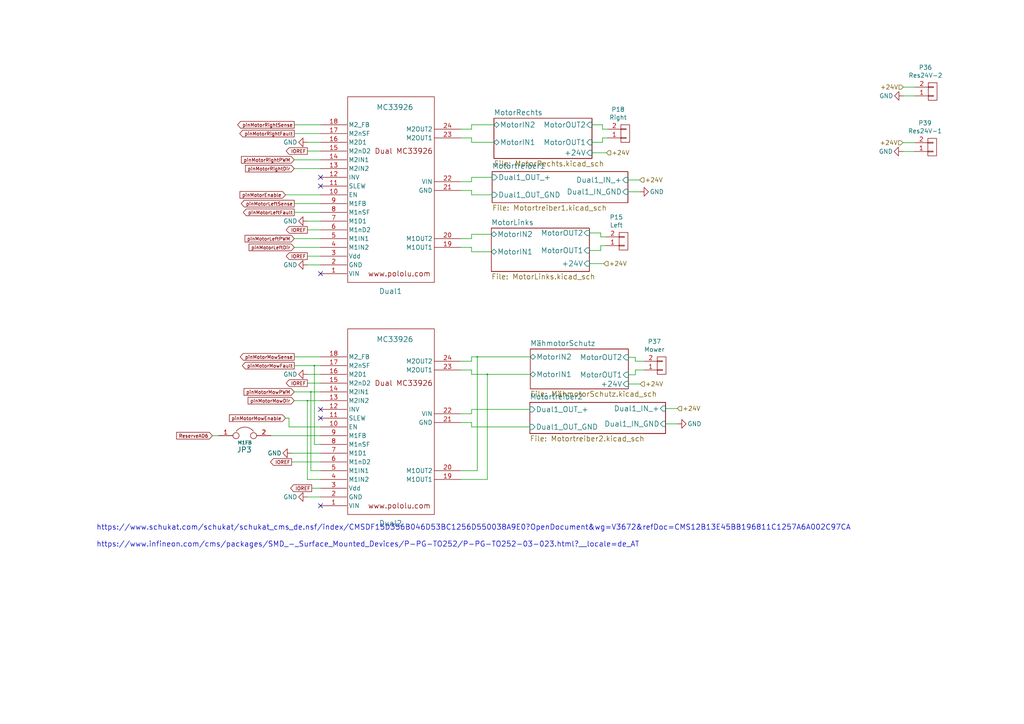
<source format=kicad_sch>
(kicad_sch (version 20201015) (generator eeschema)
  (page 1 35)
  (paper "A4")
  (title_block (title "Ardumower shield SVN Version") (date "2020-07-06") (rev "1.4") (company "ML AG JL UZ"))
  (lib_symbols
    (symbol "ardumower-mega-shield-svn-rescue:CONN_01X02-RESCUE-ardumower_mega_shield_svn" (pin_names hide)
      (property "Referenz" "J" (at 0 3.81 0))
      (property "Wert" "CONN_01X02-RESCUE-ardumower_mega_shield_svn" (at 2.54 0 90))
      (symbol "CONN_01X02-RESCUE-ardumower_mega_shield_svn_0_1"
        (rectangle (start -1.27 -1.143) (end 0.254 -1.397))
        (rectangle (start -1.27 1.397) (end 0.254 1.143))
        (rectangle (start -1.27 2.54) (end 1.27 -2.54))
      )
      (symbol "CONN_01X02-RESCUE-ardumower_mega_shield_svn_1_1"
        (pin passive line (at -5.08 1.27 0) (length 3.81) (name "P1") (number "1"))
        (pin passive line (at -5.08 -1.27 0) (length 3.81) (name "P2") (number "2"))
      )
    )
    (symbol "ardumower-mega-shield-svn-rescue:GND-RESCUE-ardumower_mega_shield_svn" (power) (pin_names (offset 0))
      (property "Wert" "GND-RESCUE-ardumower_mega_shield_svn" (at 0 -3.81 0))
      (symbol "GND-RESCUE-ardumower_mega_shield_svn_0_1"
        (polyline (pts (xy 0 0) (xy 0 -1.27) (xy 1.27 -1.27) (xy 0 -2.54) (xy -1.27 -1.27) (xy 0 -1.27)))
      )
      (symbol "GND-RESCUE-ardumower_mega_shield_svn_1_1"
        (pin power_in line (at 0 0 270) (length 0) hide (name "GND") (number "1"))
      )
    )
    (symbol "ardumower-mega-shield-svn-rescue:Jumper-RESCUE-ardumower_mega_shield_svn" (pin_names (offset 0.762) hide)
      (property "Referenz" "JP" (at 0 3.81 0))
      (property "Wert" "Jumper-RESCUE-ardumower_mega_shield_svn" (at 0 -2.032 0))
      (symbol "Jumper-RESCUE-ardumower_mega_shield_svn_0_1"
        (arc (start -2.4892 1.27) (end 2.5146 1.27) (radius (at 0 -0.6604) (length 3.175) (angles 142.6 37.3)))
        (circle (center -2.54 0) (radius 0.889))
        (circle (center 2.54 0) (radius 0.889))
        (pin passive line (at -7.62 0 0) (length 4.191) (name "1") (number "1"))
        (pin passive line (at 7.62 0 180) (length 4.191) (name "2") (number "2"))
      )
    )
    (symbol "ardumower-mega-shield-svn-rescue:MC33926-RESCUE-ardumower_mega_shield_svn"
      (property "Referenz" "U" (at -1.27 -24.13 0))
      (property "Wert" "MC33926-RESCUE-ardumower_mega_shield_svn" (at -0.762 27.94 0))
      (symbol "MC33926-RESCUE-ardumower_mega_shield_svn_0_0"
        (text "Dual MC33926" (at 2.54 16.51 0) (effects (font (size 1.524 1.524))))
        (text "www.pololu.com" (at 1.27 -19.05 0) (effects (font (size 1.524 1.524))))
      )
      (symbol "MC33926-RESCUE-ardumower_mega_shield_svn_0_1"
        (rectangle (start -13.716 32.258) (end 11.43 -21.59))
      )
      (symbol "MC33926-RESCUE-ardumower_mega_shield_svn_1_1"
        (pin input line (at -21.59 -19.05 0) (length 7.62) (name "VIN") (number "1"))
        (pin input line (at -21.59 3.81 0) (length 7.62) (name "EN") (number "10"))
        (pin input line (at -21.59 6.35 0) (length 7.62) (name "SLEW") (number "11"))
        (pin input line (at -21.59 8.89 0) (length 7.62) (name "INV") (number "12"))
        (pin input line (at -21.59 11.43 0) (length 7.62) (name "M2IN2") (number "13"))
        (pin input line (at -21.59 13.97 0) (length 7.62) (name "M2IN1") (number "14"))
        (pin input line (at -21.59 16.51 0) (length 7.62) (name "M2nD2") (number "15"))
        (pin input line (at -21.59 19.05 0) (length 7.62) (name "M2D1") (number "16"))
        (pin input line (at -21.59 21.59 0) (length 7.62) (name "M2nSF") (number "17"))
        (pin input line (at -21.59 24.13 0) (length 7.62) (name "M2_FB") (number "18"))
        (pin input line (at 19.05 -11.43 180) (length 7.62) (name "M1OUT1") (number "19"))
        (pin input line (at -21.59 -16.51 0) (length 7.62) (name "GND") (number "2"))
        (pin input line (at 19.05 -8.89 180) (length 7.62) (name "M1OUT2") (number "20"))
        (pin input line (at 19.05 5.08 180) (length 7.62) (name "GND") (number "21"))
        (pin input line (at 19.05 7.62 180) (length 7.62) (name "VIN") (number "22"))
        (pin input line (at 19.05 20.32 180) (length 7.62) (name "M2OUT1") (number "23"))
        (pin input line (at 19.05 22.86 180) (length 7.62) (name "M2OUT2") (number "24"))
        (pin input line (at -21.59 -13.97 0) (length 7.62) (name "Vdd") (number "3"))
        (pin input line (at -21.59 -11.43 0) (length 7.62) (name "M1IN2") (number "4"))
        (pin input line (at -21.59 -8.89 0) (length 7.62) (name "M1IN1") (number "5"))
        (pin input line (at -21.59 -6.35 0) (length 7.62) (name "M1nD2") (number "6"))
        (pin input line (at -21.59 -3.81 0) (length 7.62) (name "M1D1") (number "7"))
        (pin input line (at -21.59 -1.27 0) (length 7.62) (name "M1nSF") (number "8"))
        (pin input line (at -21.59 1.27 0) (length 7.62) (name "M1FB") (number "9"))
      )
    )
  )
  (junction (at 89.154 116.205) (diameter 0.3048))
  (junction (at 90.17 113.665) (diameter 0.3048))
  (junction (at 91.186 106.045) (diameter 0.3048))
  (junction (at 138.43 103.505) (diameter 0.3048))
  (junction (at 141.351 108.585) (diameter 0.3048))
  (no_connect (at 92.964 121.285))
  (no_connect (at 92.964 146.685))
  (no_connect (at 92.964 51.435))
  (no_connect (at 92.964 118.745))
  (no_connect (at 92.964 79.375))
  (no_connect (at 92.964 53.975))
  (wire (pts (xy 63.373 126.365) (xy 61.595 126.365)))
  (wire (pts (xy 78.613 126.365) (xy 92.964 126.365)))
  (wire (pts (xy 82.804 56.515) (xy 92.964 56.515)))
  (wire (pts (xy 83.82 121.285) (xy 82.804 121.285)))
  (wire (pts (xy 83.82 123.825) (xy 83.82 121.285)))
  (wire (pts (xy 83.82 123.825) (xy 92.964 123.825)))
  (wire (pts (xy 84.582 131.445) (xy 92.964 131.445)))
  (wire (pts (xy 85.344 36.195) (xy 92.964 36.195)))
  (wire (pts (xy 85.344 38.735) (xy 92.964 38.735)))
  (wire (pts (xy 85.344 46.355) (xy 92.964 46.355)))
  (wire (pts (xy 85.344 48.895) (xy 92.964 48.895)))
  (wire (pts (xy 85.344 59.055) (xy 92.964 59.055)))
  (wire (pts (xy 85.344 61.595) (xy 92.964 61.595)))
  (wire (pts (xy 85.344 69.215) (xy 92.964 69.215)))
  (wire (pts (xy 85.344 71.755) (xy 92.964 71.755)))
  (wire (pts (xy 85.344 103.505) (xy 92.964 103.505)))
  (wire (pts (xy 85.344 106.045) (xy 91.186 106.045)))
  (wire (pts (xy 85.344 113.665) (xy 90.17 113.665)))
  (wire (pts (xy 85.344 116.205) (xy 89.154 116.205)))
  (wire (pts (xy 89.154 41.275) (xy 92.964 41.275)))
  (wire (pts (xy 89.154 43.815) (xy 92.964 43.815)))
  (wire (pts (xy 89.154 74.295) (xy 92.964 74.295)))
  (wire (pts (xy 89.154 76.835) (xy 92.964 76.835)))
  (wire (pts (xy 89.154 108.585) (xy 92.964 108.585)))
  (wire (pts (xy 89.154 116.205) (xy 89.154 139.065)))
  (wire (pts (xy 89.154 116.205) (xy 92.964 116.205)))
  (wire (pts (xy 89.154 139.065) (xy 92.964 139.065)))
  (wire (pts (xy 89.154 144.145) (xy 92.964 144.145)))
  (wire (pts (xy 90.17 113.665) (xy 92.964 113.665)))
  (wire (pts (xy 90.17 136.525) (xy 90.17 113.665)))
  (wire (pts (xy 91.186 106.045) (xy 92.964 106.045)))
  (wire (pts (xy 91.186 128.905) (xy 91.186 106.045)))
  (wire (pts (xy 92.964 64.135) (xy 89.154 64.135)))
  (wire (pts (xy 92.964 66.675) (xy 89.154 66.675)))
  (wire (pts (xy 92.964 111.125) (xy 89.154 111.125)))
  (wire (pts (xy 92.964 128.905) (xy 91.186 128.905)))
  (wire (pts (xy 92.964 133.985) (xy 84.582 133.985)))
  (wire (pts (xy 92.964 136.525) (xy 90.17 136.525)))
  (wire (pts (xy 92.964 141.605) (xy 90.424 141.605)))
  (wire (pts (xy 133.604 136.525) (xy 138.43 136.525)))
  (wire (pts (xy 133.604 139.065) (xy 141.351 139.065)))
  (wire (pts (xy 136.779 36.195) (xy 136.779 37.465)))
  (wire (pts (xy 136.779 36.195) (xy 143.256 36.195)))
  (wire (pts (xy 136.779 37.465) (xy 133.604 37.465)))
  (wire (pts (xy 136.779 40.005) (xy 133.604 40.005)))
  (wire (pts (xy 136.779 41.275) (xy 136.779 40.005)))
  (wire (pts (xy 136.779 41.275) (xy 143.256 41.275)))
  (wire (pts (xy 136.779 51.435) (xy 142.748 51.435)))
  (wire (pts (xy 136.779 52.705) (xy 133.604 52.705)))
  (wire (pts (xy 136.779 52.705) (xy 136.779 51.435)))
  (wire (pts (xy 136.779 55.245) (xy 133.604 55.245)))
  (wire (pts (xy 136.779 55.245) (xy 136.779 56.515)))
  (wire (pts (xy 136.779 56.515) (xy 142.748 56.515)))
  (wire (pts (xy 136.779 67.945) (xy 136.779 69.215)))
  (wire (pts (xy 136.779 67.945) (xy 142.494 67.945)))
  (wire (pts (xy 136.779 69.215) (xy 133.604 69.215)))
  (wire (pts (xy 136.779 71.755) (xy 133.604 71.755)))
  (wire (pts (xy 136.779 73.025) (xy 136.779 71.755)))
  (wire (pts (xy 136.779 73.025) (xy 142.494 73.025)))
  (wire (pts (xy 136.779 103.505) (xy 136.779 104.775)))
  (wire (pts (xy 136.779 103.505) (xy 138.43 103.505)))
  (wire (pts (xy 136.779 104.775) (xy 133.604 104.775)))
  (wire (pts (xy 136.779 107.315) (xy 133.604 107.315)))
  (wire (pts (xy 136.779 108.585) (xy 136.779 107.315)))
  (wire (pts (xy 136.779 108.585) (xy 141.351 108.585)))
  (wire (pts (xy 136.779 118.745) (xy 153.67 118.745)))
  (wire (pts (xy 136.779 120.015) (xy 133.604 120.015)))
  (wire (pts (xy 136.779 120.015) (xy 136.779 118.745)))
  (wire (pts (xy 136.779 122.555) (xy 133.604 122.555)))
  (wire (pts (xy 136.779 122.555) (xy 136.779 123.825)))
  (wire (pts (xy 136.779 123.825) (xy 153.67 123.825)))
  (wire (pts (xy 138.43 103.505) (xy 153.797 103.505)))
  (wire (pts (xy 138.43 136.525) (xy 138.43 103.505)))
  (wire (pts (xy 141.351 108.585) (xy 153.797 108.585)))
  (wire (pts (xy 141.351 139.065) (xy 141.351 108.585)))
  (wire (pts (xy 174.244 67.564) (xy 170.942 67.564)))
  (wire (pts (xy 174.244 67.564) (xy 174.244 68.707)))
  (wire (pts (xy 174.244 68.707) (xy 175.768 68.707)))
  (wire (pts (xy 174.244 71.247) (xy 175.768 71.247)))
  (wire (pts (xy 174.244 72.644) (xy 170.942 72.644)))
  (wire (pts (xy 174.244 72.644) (xy 174.244 71.247)))
  (wire (pts (xy 174.752 36.195) (xy 171.704 36.195)))
  (wire (pts (xy 174.752 36.195) (xy 174.752 37.465)))
  (wire (pts (xy 174.752 37.465) (xy 176.276 37.465)))
  (wire (pts (xy 174.752 40.005) (xy 176.276 40.005)))
  (wire (pts (xy 174.752 41.275) (xy 171.704 41.275)))
  (wire (pts (xy 174.752 41.275) (xy 174.752 40.005)))
  (wire (pts (xy 175.133 76.454) (xy 170.942 76.454)))
  (wire (pts (xy 175.895 44.323) (xy 171.704 44.323)))
  (wire (pts (xy 182.118 52.197) (xy 185.547 52.197)))
  (wire (pts (xy 182.118 55.626) (xy 185.547 55.626)))
  (wire (pts (xy 182.245 111.379) (xy 185.674 111.379)))
  (wire (pts (xy 184.277 103.632) (xy 182.245 103.632)))
  (wire (pts (xy 184.277 103.632) (xy 184.277 104.775)))
  (wire (pts (xy 184.277 104.775) (xy 186.817 104.775)))
  (wire (pts (xy 184.277 107.315) (xy 186.817 107.315)))
  (wire (pts (xy 184.277 108.712) (xy 182.245 108.712)))
  (wire (pts (xy 184.277 108.712) (xy 184.277 107.315)))
  (wire (pts (xy 193.04 118.491) (xy 196.469 118.491)))
  (wire (pts (xy 193.04 122.936) (xy 196.469 122.936)))
  (wire (pts (xy 265.303 41.402) (xy 261.874 41.402)))
  (wire (pts (xy 265.303 43.942) (xy 261.874 43.942)))
  (wire (pts (xy 265.43 25.273) (xy 262.001 25.273)))
  (wire (pts (xy 265.43 27.813) (xy 262.001 27.813)))
  (text "Unsere Motoren haben:\nEncoder 5 Impulse pro Umdrehung\n31 Umdrehungen nach dem Getriebe\nmit einer Übersetzung 1:212\nDas entspricht etwa 6572 Umdrehungen des Motors vor dem Getriebe.\nDas heißt der Motor vor dem Getriebe dreht sich 212mal damit der Motor nach dem Getriebe sich 1 mal dreht.\nImpulse pro Umdrehung wäre demnach : 6572 /31 = 212\nDa der Encoder aber vor dem Getriebe sitzt haben wir bei einer Radumdrehung 212*5 Impulse.\nAlso 1060 pro Radumdrehung" (at 25.273 -11.938 0) (effects (font (size 2.0066 2.0066)) (justify left bottom)))
  (text "https://www.schukat.com/schukat/schukat_cms_de.nsf/index/CMSDF15D356B046D53BC1256D550038A9E0?OpenDocument&wg=V3672&refDoc=CMS12B13E45BB196811C1257A6A002C97CA\n\nhttps://www.infineon.com/cms/packages/SMD_-_Surface_Mounted_Devices/P-PG-TO252/P-PG-TO252-03-023.html?__locale=de_AT" (at 27.94 158.877 0) (effects (font (size 1.524 1.524)) (justify left bottom)))
  (global_label "ReserveAD6" (shape input) (at 61.595 126.365 180) (effects (font (size 0.9906 0.9906))))
  (global_label "pinMotorEnable" (shape input) (at 82.804 56.515 180) (effects (font (size 0.9906 0.9906))))
  (global_label "pinMotorMowEnable" (shape input) (at 82.804 121.285 180) (effects (font (size 0.9906 0.9906))))
  (global_label "IOREF" (shape output) (at 84.582 133.985 180) (effects (font (size 0.9906 0.9906))))
  (global_label "pinMotorRightSense" (shape output) (at 85.344 36.195 180) (effects (font (size 0.9906 0.9906))))
  (global_label "pinMotorRightFault" (shape output) (at 85.344 38.735 180) (effects (font (size 0.9906 0.9906))))
  (global_label "pinMotorRightPWM" (shape input) (at 85.344 46.355 180) (effects (font (size 0.9906 0.9906))))
  (global_label "pinMotorRightDir" (shape input) (at 85.344 48.895 180) (effects (font (size 0.9906 0.9906))))
  (global_label "pinMotorLeftSense" (shape output) (at 85.344 59.055 180) (effects (font (size 0.9906 0.9906))))
  (global_label "pinMotorLeftFault" (shape output) (at 85.344 61.595 180) (effects (font (size 0.9906 0.9906))))
  (global_label "pinMotorLeftPWM" (shape input) (at 85.344 69.215 180) (effects (font (size 0.9906 0.9906))))
  (global_label "pinMotorLeftDir" (shape input) (at 85.344 71.755 180) (effects (font (size 0.9906 0.9906))))
  (global_label "pinMotorMowSense" (shape output) (at 85.344 103.505 180) (effects (font (size 0.9906 0.9906))))
  (global_label "pinMotorMowFault" (shape output) (at 85.344 106.045 180) (effects (font (size 0.9906 0.9906))))
  (global_label "pinMotorMowPWM" (shape input) (at 85.344 113.665 180) (effects (font (size 0.9906 0.9906))))
  (global_label "pinMotorMowDir" (shape input) (at 85.344 116.205 180) (effects (font (size 0.9906 0.9906))))
  (global_label "IOREF" (shape output) (at 89.154 43.815 180) (effects (font (size 0.9906 0.9906))))
  (global_label "IOREF" (shape output) (at 89.154 66.675 180) (effects (font (size 0.9906 0.9906))))
  (global_label "IOREF" (shape output) (at 89.154 74.295 180) (effects (font (size 0.9906 0.9906))))
  (global_label "IOREF" (shape output) (at 89.154 111.125 180) (effects (font (size 0.9906 0.9906))))
  (global_label "IOREF" (shape output) (at 90.424 141.605 180) (effects (font (size 0.9906 0.9906))))
  (hierarchical_label "+24V" (shape input) (at 175.133 76.454 0))
  (hierarchical_label "+24V" (shape input) (at 175.895 44.323 0))
  (hierarchical_label "+24V" (shape input) (at 185.547 52.197 0))
  (hierarchical_label "+24V" (shape input) (at 185.674 111.379 0))
  (hierarchical_label "+24V" (shape input) (at 196.469 118.491 0))
  (hierarchical_label "+24V" (shape input) (at 261.874 41.402 180))
  (hierarchical_label "+24V" (shape input) (at 262.001 25.273 180))
  (symbol (lib_id "ardumower-mega-shield-svn-rescue:GND-RESCUE-ardumower_mega_shield_svn") (at 84.582 131.445 270) (mirror x) (unit 1)
    (property "Reference" "#PWR018" (effects hide))
    (property "Value" "GND" (at 79.629 131.445 90))
  )
  (symbol (lib_id "ardumower-mega-shield-svn-rescue:GND-RESCUE-ardumower_mega_shield_svn") (at 89.154 41.275 270) (mirror x) (unit 1)
    (property "Reference" "#PWR016" (effects hide))
    (property "Value" "GND" (at 84.201 41.275 90))
  )
  (symbol (lib_id "ardumower-mega-shield-svn-rescue:GND-RESCUE-ardumower_mega_shield_svn") (at 89.154 64.135 270) (mirror x) (unit 1)
    (property "Reference" "#PWR015" (effects hide))
    (property "Value" "GND" (at 84.201 64.135 90))
  )
  (symbol (lib_id "ardumower-mega-shield-svn-rescue:GND-RESCUE-ardumower_mega_shield_svn") (at 89.154 76.835 270) (mirror x) (unit 1)
    (property "Reference" "#PWR014" (effects hide))
    (property "Value" "GND" (at 84.201 76.835 90))
  )
  (symbol (lib_id "ardumower-mega-shield-svn-rescue:GND-RESCUE-ardumower_mega_shield_svn") (at 89.154 108.585 270) (mirror x) (unit 1)
    (property "Reference" "#PWR017" (effects hide))
    (property "Value" "GND" (at 84.201 108.585 90))
  )
  (symbol (lib_id "ardumower-mega-shield-svn-rescue:GND-RESCUE-ardumower_mega_shield_svn") (at 89.154 144.145 270) (mirror x) (unit 1)
    (property "Reference" "#PWR019" (effects hide))
    (property "Value" "GND" (at 84.201 144.145 90))
  )
  (symbol (lib_id "ardumower-mega-shield-svn-rescue:GND-RESCUE-ardumower_mega_shield_svn") (at 185.547 55.626 90) (unit 1)
    (property "Reference" "#PWR013" (effects hide))
    (property "Value" "GND" (at 190.5 55.626 90))
  )
  (symbol (lib_id "ardumower-mega-shield-svn-rescue:GND-RESCUE-ardumower_mega_shield_svn") (at 196.469 122.936 90) (unit 1)
    (property "Reference" "#PWR020" (effects hide))
    (property "Value" "GND" (at 201.422 122.936 90))
  )
  (symbol (lib_id "ardumower-mega-shield-svn-rescue:GND-RESCUE-ardumower_mega_shield_svn") (at 261.874 43.942 270) (mirror x) (unit 1)
    (property "Reference" "#PWR021" (effects hide))
    (property "Value" "GND" (at 256.921 43.942 90))
  )
  (symbol (lib_id "ardumower-mega-shield-svn-rescue:GND-RESCUE-ardumower_mega_shield_svn") (at 262.001 27.813 270) (mirror x) (unit 1)
    (property "Reference" "#PWR022" (effects hide))
    (property "Value" "GND" (at 257.048 27.813 90))
  )
  (symbol (lib_id "ardumower-mega-shield-svn-rescue:CONN_01X02-RESCUE-ardumower_mega_shield_svn") (at 180.848 69.977 0) (mirror x) (unit 1)
    (property "Reference" "P15" (at 178.7652 62.992 0))
    (property "Value" "Left" (at 178.7652 65.3034 0))
    (property "Footprint" "Terminal_Blocks:TerminalBlock_Pheonix_MKDS1.5-2pol" (effects hide))
    (property "Gehäuseart" "Value" (effects hide))
    (property "Bestelllink" "Value" (effects hide))
    (property "Technische Daten" "Value" (effects hide))
    (property "Bestellnummer" "Value" (effects hide))
    (property "Bauform" "Value" (effects hide))
  )
  (symbol (lib_id "ardumower-mega-shield-svn-rescue:CONN_01X02-RESCUE-ardumower_mega_shield_svn") (at 181.356 38.735 0) (mirror x) (unit 1)
    (property "Reference" "P18" (at 179.2732 31.75 0))
    (property "Value" "Right" (at 179.2732 34.0614 0))
    (property "Footprint" "Terminal_Blocks:TerminalBlock_Pheonix_MKDS1.5-2pol" (effects hide))
    (property "Gehäuseart" "Value" (effects hide))
    (property "Bestelllink" "Value" (effects hide))
    (property "Technische Daten" "Value" (effects hide))
    (property "Bestellnummer" "Value" (effects hide))
    (property "Bauform" "Value" (effects hide))
    (property "Funktion" "Value" (effects hide))
    (property "Hersteller" "Value" (effects hide))
    (property "Hersteller Bestellnummer" "Value" (effects hide))
  )
  (symbol (lib_id "ardumower-mega-shield-svn-rescue:CONN_01X02-RESCUE-ardumower_mega_shield_svn") (at 191.897 106.045 0) (mirror x) (unit 1)
    (property "Reference" "P37" (at 189.8142 99.06 0))
    (property "Value" "Mower" (at 189.8142 101.3714 0))
    (property "Footprint" "Zimprich:Anschlussklemme_RM5,08-RM7,62" (effects hide))
    (property "Gehäuseart" "Value" (effects hide))
    (property "Bestelllink" "Value" (effects hide))
    (property "Technische Daten" "Value" (effects hide))
    (property "Bestellnummer" "Value" (effects hide))
    (property "Bauform" "Value" (effects hide))
  )
  (symbol (lib_id "ardumower-mega-shield-svn-rescue:CONN_01X02-RESCUE-ardumower_mega_shield_svn") (at 270.383 42.672 0) (mirror x) (unit 1)
    (property "Reference" "P39" (at 268.3002 35.687 0))
    (property "Value" "Res24V-1" (at 268.3002 37.9984 0))
    (property "Footprint" "Terminal_Blocks:TerminalBlock_Pheonix_MKDS1.5-2pol" (effects hide))
    (property "Gehäuseart" "Value" (effects hide))
    (property "Bestelllink" "Value" (effects hide))
    (property "Technische Daten" "Value" (effects hide))
    (property "Bestellnummer" "Value" (effects hide))
    (property "Bauform" "Value" (effects hide))
  )
  (symbol (lib_id "ardumower-mega-shield-svn-rescue:CONN_01X02-RESCUE-ardumower_mega_shield_svn") (at 270.51 26.543 0) (mirror x) (unit 1)
    (property "Reference" "P36" (at 268.4272 19.558 0))
    (property "Value" "Res24V-2" (at 268.4272 21.8694 0))
    (property "Footprint" "Terminal_Blocks:TerminalBlock_Pheonix_MKDS1.5-2pol" (effects hide))
    (property "Gehäuseart" "Value" (effects hide))
    (property "Bestelllink" "Value" (effects hide))
    (property "Technische Daten" "Value" (effects hide))
    (property "Bestellnummer" "Value" (effects hide))
    (property "Bauform" "Value" (effects hide))
  )
  (symbol (lib_id "ardumower-mega-shield-svn-rescue:Jumper-RESCUE-ardumower_mega_shield_svn") (at 70.993 126.365 0) (unit 1)
    (property "Reference" "JP3" (at 70.866 130.429 0) (effects (font (size 1.524 1.524))))
    (property "Value" "M1FB" (at 70.993 128.397 0) (effects (font (size 1.016 1.016))))
    (property "Footprint" "Zimprich:SJ" (effects hide))
    (property "Gehäuseart" "Value" (effects hide))
    (property "Bestelllink" "Value" (effects hide))
  )
  (symbol (lib_id "ardumower-mega-shield-svn-rescue:MC33926-RESCUE-ardumower_mega_shield_svn") (at 114.554 60.325 0) (unit 1)
    (property "Reference" "Dual1" (at 113.284 84.455 0) (effects (font (size 1.524 1.524))))
    (property "Value" "MC33926" (at 114.554 31.115 0) (effects (font (size 1.524 1.524))))
    (property "Footprint" "Zimprich:MC_33926_31polig_mit_Bohrloch_neue_Masse_mit_zweite_Lochreihe" (effects hide))
    (property "Gehäuseart" "Value" (effects hide))
    (property "Bestelllink" "Value" (effects hide))
  )
  (symbol (lib_id "ardumower-mega-shield-svn-rescue:MC33926-RESCUE-ardumower_mega_shield_svn") (at 114.554 127.635 0) (unit 1)
    (property "Reference" "Dual2" (at 113.284 151.765 0) (effects (font (size 1.524 1.524))))
    (property "Value" "MC33926" (at 114.554 98.425 0) (effects (font (size 1.524 1.524))))
    (property "Footprint" "Zimprich:MC_33926_31polig_mit_Bohrloch_neue_Masse_mit_zweite_Lochreihe" (effects hide))
    (property "Gehäuseart" "Value" (effects hide))
    (property "Bestelllink" "Value" (effects hide))
  )
  (sheet (at 142.494 66.167) (size 28.448 12.573)
    (property "Schaltplanname" "MotorLinks" (at 142.494 65.4045 0) (effects (font (size 1.524 1.524)) (justify left bottom)))
    (property "Dateiname Blatt" "MotorLinks.kicad_sch" (at 142.494 79.3501 0) (effects (font (size 1.524 1.524)) (justify left top)))
    (pin "MotorIN1" bidirectional (at 142.494 73.025 180) (effects (font (size 1.524 1.524))))
    (pin "MotorIN2" bidirectional (at 142.494 67.945 180) (effects (font (size 1.524 1.524))))
    (pin "MotorOUT1" input (at 170.942 72.644 0) (effects (font (size 1.524 1.524))))
    (pin "MotorOUT2" input (at 170.942 67.564 0) (effects (font (size 1.524 1.524))))
    (pin "+24V" input (at 170.942 76.454 0) (effects (font (size 1.524 1.524))))
  )
  (sheet (at 143.256 34.29) (size 28.448 11.684)
    (property "Schaltplanname" "MotorRechts" (at 143.256 33.5275 0) (effects (font (size 1.524 1.524)) (justify left bottom)))
    (property "Dateiname Blatt" "MotorRechts.kicad_sch" (at 143.256 46.5841 0) (effects (font (size 1.524 1.524)) (justify left top)))
    (pin "MotorIN1" bidirectional (at 143.256 41.275 180) (effects (font (size 1.524 1.524))))
    (pin "MotorIN2" bidirectional (at 143.256 36.195 180) (effects (font (size 1.524 1.524))))
    (pin "MotorOUT1" input (at 171.704 41.275 0) (effects (font (size 1.524 1.524))))
    (pin "MotorOUT2" input (at 171.704 36.195 0) (effects (font (size 1.524 1.524))))
    (pin "+24V" input (at 171.704 44.323 0) (effects (font (size 1.524 1.524))))
  )
  (sheet (at 142.748 49.784) (size 39.37 9.017)
    (property "Schaltplanname" "Motortreiber1" (at 142.748 49.0215 0) (effects (font (size 1.524 1.524)) (justify left bottom)))
    (property "Dateiname Blatt" "Motortreiber1.kicad_sch" (at 142.748 59.4111 0) (effects (font (size 1.524 1.524)) (justify left top)))
    (pin "Dual1_IN_+" input (at 182.118 52.197 0) (effects (font (size 1.524 1.524))))
    (pin "Dual1_IN_GND" input (at 182.118 55.626 0) (effects (font (size 1.524 1.524))))
    (pin "Dual1_OUT_+" input (at 142.748 51.435 180) (effects (font (size 1.524 1.524))))
    (pin "Dual1_OUT_GND" input (at 142.748 56.515 180) (effects (font (size 1.524 1.524))))
  )
  (sheet (at 153.67 116.713) (size 39.37 9.017)
    (property "Schaltplanname" "Motortreiber2" (at 153.67 115.9505 0) (effects (font (size 1.524 1.524)) (justify left bottom)))
    (property "Dateiname Blatt" "Motortreiber2.kicad_sch" (at 153.67 126.3401 0) (effects (font (size 1.524 1.524)) (justify left top)))
    (pin "Dual1_IN_+" input (at 193.04 118.491 0) (effects (font (size 1.524 1.524))))
    (pin "Dual1_IN_GND" input (at 193.04 122.936 0) (effects (font (size 1.524 1.524))))
    (pin "Dual1_OUT_+" input (at 153.67 118.745 180) (effects (font (size 1.524 1.524))))
    (pin "Dual1_OUT_GND" input (at 153.67 123.825 180) (effects (font (size 1.524 1.524))))
  )
  (sheet (at 153.797 101.219) (size 28.448 11.557)
    (property "Schaltplanname" "MähmotorSchutz" (at 153.797 100.4565 0) (effects (font (size 1.524 1.524)) (justify left bottom)))
    (property "Dateiname Blatt" "MähmotorSchutz.kicad_sch" (at 153.797 113.3861 0) (effects (font (size 1.524 1.524)) (justify left top)))
    (pin "MotorIN1" bidirectional (at 153.797 108.585 180) (effects (font (size 1.524 1.524))))
    (pin "MotorIN2" bidirectional (at 153.797 103.505 180) (effects (font (size 1.524 1.524))))
    (pin "MotorOUT1" input (at 182.245 108.712 0) (effects (font (size 1.524 1.524))))
    (pin "MotorOUT2" input (at 182.245 103.632 0) (effects (font (size 1.524 1.524))))
    (pin "+24V" input (at 182.245 111.379 0) (effects (font (size 1.524 1.524))))
  )
)
</source>
